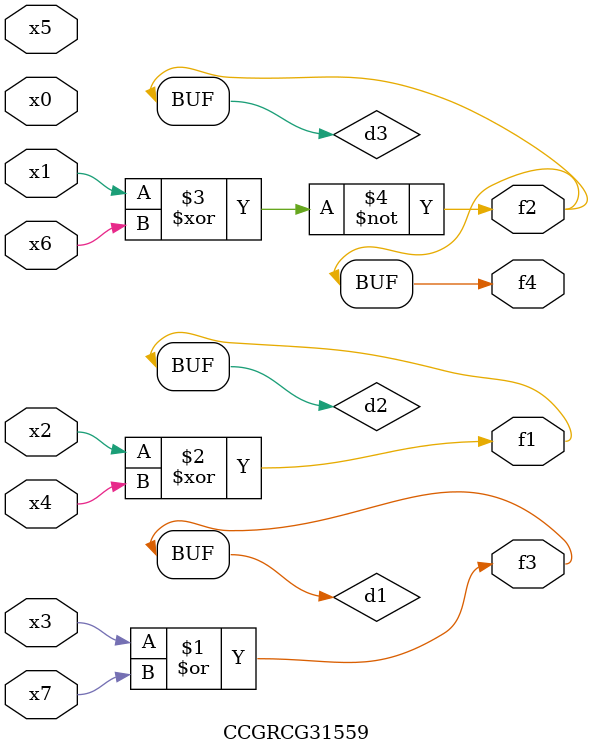
<source format=v>
module CCGRCG31559(
	input x0, x1, x2, x3, x4, x5, x6, x7,
	output f1, f2, f3, f4
);

	wire d1, d2, d3;

	or (d1, x3, x7);
	xor (d2, x2, x4);
	xnor (d3, x1, x6);
	assign f1 = d2;
	assign f2 = d3;
	assign f3 = d1;
	assign f4 = d3;
endmodule

</source>
